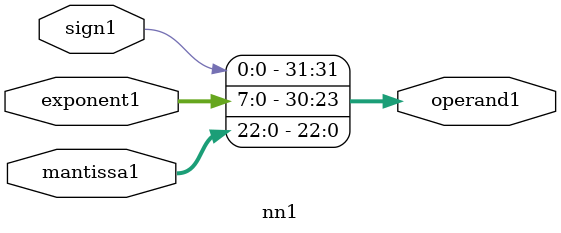
<source format=v>
module nn1(sign1,mantissa1,exponent1,operand1);
    input sign1;
    input [7:0]exponent1;
    input [22:0]mantissa1;
    output reg[31:0]operand1;

    always @(*) begin
      operand1[31]=sign1;
      operand1[30:23]=exponent1;
      operand1[22:0]=mantissa1;
    end

endmodule
</source>
